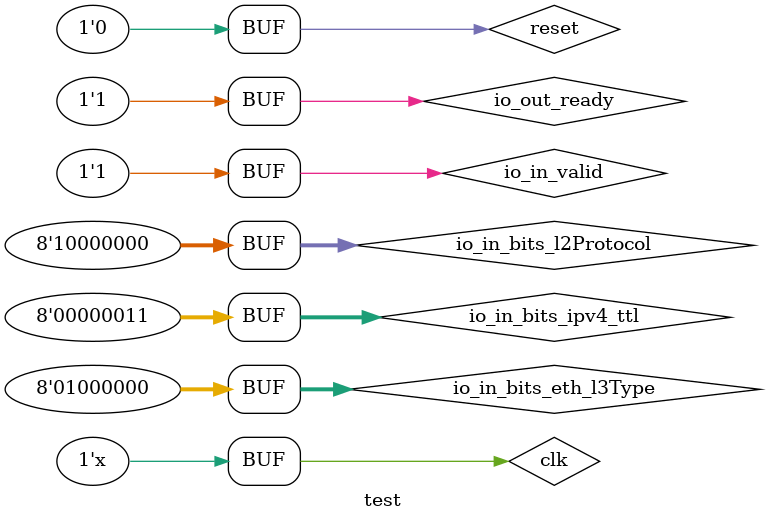
<source format=v>
module test;
  reg clk = 0;
  reg reset = 1;
  wire [31:0] io_in_bits;
  wire [7:0] io_in_bits_l2Protocol;
  wire [7:0] io_in_bits_eth_l3Type;
  wire [7:0] io_in_bits_ipv4_ttl; 

  initial begin
    reset = 1;
    #250 reset = 0;
  end

  always #100 clk = ~clk;
    Top
      Top(
        .clk(clk),
        .reset(reset),
.io_in_ready(    io_in_ready),
.io_in_valid(    io_in_valid),
.io_in_bits_l2Protocol(    io_in_bits_l2Protocol),
.io_in_bits_eth_dstAddr(    io_in_bits_eth_dstAddr),
.io_in_bits_eth_srcAddr(    io_in_bits_eth_srcAddr),
.io_in_bits_eth_l3Type(    io_in_bits_eth_l3Type),
.io_in_bits_eth_length(    io_in_bits_eth_length),
.io_in_bits_ipv4_version(    io_in_bits_ipv4_version),
.io_in_bits_ipv4_hLength(    io_in_bits_ipv4_hLength),
.io_in_bits_ipv4_tos(    io_in_bits_ipv4_tos),
.io_in_bits_ipv4_length(    io_in_bits_ipv4_length),
.io_in_bits_ipv4_identification(    io_in_bits_ipv4_identification),
.io_in_bits_ipv4_flagsOffset(    io_in_bits_ipv4_flagsOffset),
.io_in_bits_ipv4_ttl(    io_in_bits_ipv4_ttl),
.io_in_bits_ipv4_protocol(    io_in_bits_ipv4_protocol),
.io_in_bits_ipv4_chksum(    io_in_bits_ipv4_chksum),
.io_in_bits_ipv4_srcAddr(    io_in_bits_ipv4_srcAddr),
.io_in_bits_ipv4_dstAddr(    io_in_bits_ipv4_dstAddr),
.io_out_ready(    io_out_ready),
.io_out_valid(    io_out_valid),
.io_out_bits_l2Protocol(    io_out_bits_l2Protocol),
.io_out_bits_eth_dstAddr(    io_out_bits_eth_dstAddr),
.io_out_bits_eth_srcAddr(    io_out_bits_eth_srcAddr),
.io_out_bits_eth_l3Type(    io_out_bits_eth_l3Type),
.io_out_bits_eth_length(    io_out_bits_eth_length),
.io_out_bits_ipv4_version(    io_out_bits_ipv4_version),
.io_out_bits_ipv4_hLength(    io_out_bits_ipv4_hLength),
.io_out_bits_ipv4_tos(    io_out_bits_ipv4_tos),
.io_out_bits_ipv4_length(    io_out_bits_ipv4_length),
.io_out_bits_ipv4_identification(    io_out_bits_ipv4_identification),
.io_out_bits_ipv4_flagsOffset(    io_out_bits_ipv4_flagsOffset),
.io_out_bits_ipv4_ttl(    io_out_bits_ipv4_ttl),
.io_out_bits_ipv4_protocol(    io_out_bits_ipv4_protocol),
.io_out_bits_ipv4_chksum(    io_out_bits_ipv4_chksum),
.io_out_bits_ipv4_srcAddr(    io_out_bits_ipv4_srcAddr),
.io_out_bits_ipv4_dstAddr(    io_out_bits_ipv4_dstAddr),
.io_pcIn_valid(    io_pcIn_valid),
.io_pcIn_bits_request(    io_pcIn_bits_request),
.io_pcIn_bits_moduleId(     io_pcIn_bits_moduleId),
.io_pcIn_bits_portId(    io_pcIn_bits_portId),
.io_pcIn_bits_pcValue(    io_pcIn_bits_pcValue),
.io_pcIn_bits_pcType(    io_pcIn_bits_pcType),
.io_pcOut_valid(    io_pcOut_valid),
.io_pcOut_bits_request(    io_pcOut_bits_request),
.io_pcOut_bits_moduleId(     io_pcOut_bits_moduleId),
.io_pcOut_bits_portId(    io_pcOut_bits_portId),
.io_pcOut_bits_pcValue(    io_pcOut_bits_pcValue),
    .io_pcOut_bits_pcType (io_pcOut_bits_pcType)
        );
  integer count;
  assign io_in_bits_l2Protocol = 8'd128;
  assign io_in_bits_eth_l3Type = 8'd64;
  assign io_in_bits_ipv4_ttl = 8'd3;
  assign io_in_valid = 1'b1;
  assign io_out_ready = 1'b1;
  
  always @(negedge clk) begin;
  #50;
  end
  always @(posedge clk) begin
  end
endmodule

</source>
